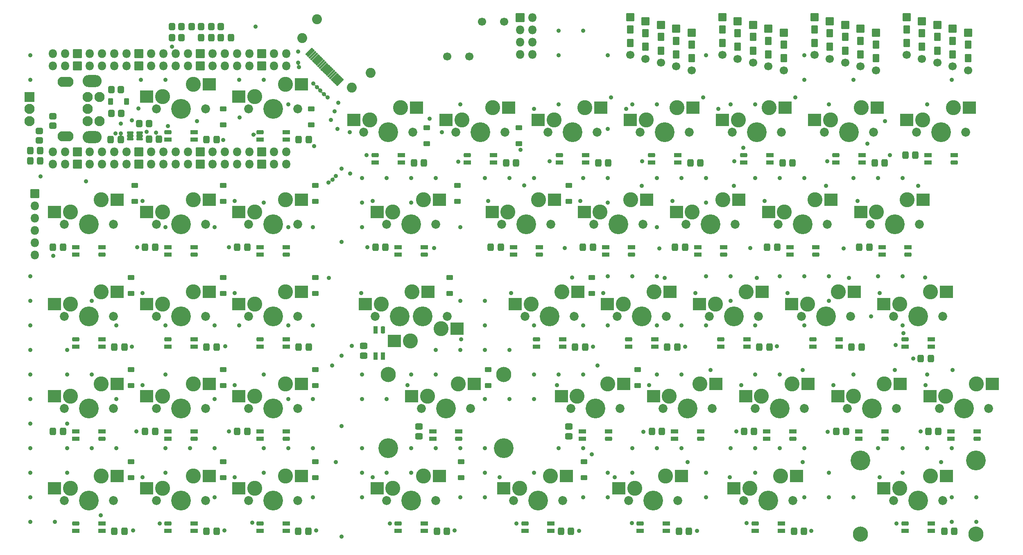
<source format=gbr>
%TF.GenerationSoftware,KiCad,Pcbnew,(6.0.5)*%
%TF.CreationDate,2022-07-29T15:46:59-06:00*%
%TF.ProjectId,kb,6b622e6b-6963-4616-945f-706362585858,rev?*%
%TF.SameCoordinates,Original*%
%TF.FileFunction,Soldermask,Bot*%
%TF.FilePolarity,Negative*%
%FSLAX46Y46*%
G04 Gerber Fmt 4.6, Leading zero omitted, Abs format (unit mm)*
G04 Created by KiCad (PCBNEW (6.0.5)) date 2022-07-29 15:46:59*
%MOMM*%
%LPD*%
G01*
G04 APERTURE LIST*
G04 Aperture macros list*
%AMRoundRect*
0 Rectangle with rounded corners*
0 $1 Rounding radius*
0 $2 $3 $4 $5 $6 $7 $8 $9 X,Y pos of 4 corners*
0 Add a 4 corners polygon primitive as box body*
4,1,4,$2,$3,$4,$5,$6,$7,$8,$9,$2,$3,0*
0 Add four circle primitives for the rounded corners*
1,1,$1+$1,$2,$3*
1,1,$1+$1,$4,$5*
1,1,$1+$1,$6,$7*
1,1,$1+$1,$8,$9*
0 Add four rect primitives between the rounded corners*
20,1,$1+$1,$2,$3,$4,$5,0*
20,1,$1+$1,$4,$5,$6,$7,0*
20,1,$1+$1,$6,$7,$8,$9,0*
20,1,$1+$1,$8,$9,$2,$3,0*%
%AMHorizOval*
0 Thick line with rounded ends*
0 $1 width*
0 $2 $3 position (X,Y) of the first rounded end (center of the circle)*
0 $4 $5 position (X,Y) of the second rounded end (center of the circle)*
0 Add line between two ends*
20,1,$1,$2,$3,$4,$5,0*
0 Add two circle primitives to create the rounded ends*
1,1,$1,$2,$3*
1,1,$1,$4,$5*%
G04 Aperture macros list end*
%ADD10RoundRect,0.300000X0.350000X0.450000X-0.350000X0.450000X-0.350000X-0.450000X0.350000X-0.450000X0*%
%ADD11C,1.700000*%
%ADD12HorizOval,1.700000X0.000000X0.000000X0.000000X0.000000X0*%
%ADD13C,1.850000*%
%ADD14C,3.100000*%
%ADD15C,4.087800*%
%ADD16RoundRect,0.050000X-1.275000X-1.250000X1.275000X-1.250000X1.275000X1.250000X-1.275000X1.250000X0*%
%ADD17RoundRect,0.050000X0.600000X-0.800000X0.600000X0.800000X-0.600000X0.800000X-0.600000X-0.800000X0*%
%ADD18RoundRect,0.050000X0.800000X-0.800000X0.800000X0.800000X-0.800000X0.800000X-0.800000X-0.800000X0*%
%ADD19O,3.300000X2.100000*%
%ADD20RoundRect,0.050000X-1.000000X-1.000000X1.000000X-1.000000X1.000000X1.000000X-1.000000X1.000000X0*%
%ADD21C,2.100000*%
%ADD22C,3.148000*%
%ADD23RoundRect,0.050000X1.275000X1.250000X-1.275000X1.250000X-1.275000X-1.250000X1.275000X-1.250000X0*%
%ADD24O,1.800000X1.800000*%
%ADD25RoundRect,0.050000X0.850000X-0.850000X0.850000X0.850000X-0.850000X0.850000X-0.850000X-0.850000X0*%
%ADD26O,3.925000X2.500000*%
%ADD27RoundRect,0.300000X-0.350000X-0.450000X0.350000X-0.450000X0.350000X0.450000X-0.350000X0.450000X0*%
%ADD28RoundRect,0.300000X-0.337500X-0.475000X0.337500X-0.475000X0.337500X0.475000X-0.337500X0.475000X0*%
%ADD29RoundRect,0.050000X-0.600000X0.450000X-0.600000X-0.450000X0.600000X-0.450000X0.600000X0.450000X0*%
%ADD30RoundRect,0.050000X0.850000X0.850000X-0.850000X0.850000X-0.850000X-0.850000X0.850000X-0.850000X0*%
%ADD31RoundRect,0.300000X0.337500X0.475000X-0.337500X0.475000X-0.337500X-0.475000X0.337500X-0.475000X0*%
%ADD32RoundRect,0.050000X-0.700000X-0.410000X0.700000X-0.410000X0.700000X0.410000X-0.700000X0.410000X0*%
%ADD33RoundRect,0.255000X-0.495000X-0.205000X0.495000X-0.205000X0.495000X0.205000X-0.495000X0.205000X0*%
%ADD34RoundRect,0.050000X0.700000X0.410000X-0.700000X0.410000X-0.700000X-0.410000X0.700000X-0.410000X0*%
%ADD35RoundRect,0.255000X0.495000X0.205000X-0.495000X0.205000X-0.495000X-0.205000X0.495000X-0.205000X0*%
%ADD36RoundRect,0.300000X-0.475000X0.337500X-0.475000X-0.337500X0.475000X-0.337500X0.475000X0.337500X0*%
%ADD37RoundRect,0.050000X0.600000X-0.450000X0.600000X0.450000X-0.600000X0.450000X-0.600000X-0.450000X0*%
%ADD38RoundRect,0.300000X0.450000X-0.350000X0.450000X0.350000X-0.450000X0.350000X-0.450000X-0.350000X0*%
%ADD39RoundRect,0.050000X0.410000X-0.700000X0.410000X0.700000X-0.410000X0.700000X-0.410000X-0.700000X0*%
%ADD40RoundRect,0.255000X0.205000X-0.495000X0.205000X0.495000X-0.205000X0.495000X-0.205000X-0.495000X0*%
%ADD41RoundRect,0.050000X0.565685X0.777817X-0.777817X-0.565685X-0.565685X-0.777817X0.777817X0.565685X0*%
%ADD42C,2.050000*%
%ADD43RoundRect,0.300000X0.475000X-0.337500X0.475000X0.337500X-0.475000X0.337500X-0.475000X-0.337500X0*%
%ADD44RoundRect,0.050000X0.450000X0.600000X-0.450000X0.600000X-0.450000X-0.600000X0.450000X-0.600000X0*%
%ADD45RoundRect,0.070000X-0.575000X-0.180000X0.575000X-0.180000X0.575000X0.180000X-0.575000X0.180000X0*%
%ADD46RoundRect,0.300000X-0.450000X0.350000X-0.450000X-0.350000X0.450000X-0.350000X0.450000X0.350000X0*%
%ADD47C,0.900000*%
G04 APERTURE END LIST*
D10*
%TO.C,R11*%
X49736250Y-69659500D03*
X47736250Y-69659500D03*
%TD*%
D11*
%TO.C,R1*%
X111406398Y-55820853D03*
D12*
X118590603Y-48636648D03*
%TD*%
D13*
%TO.C,MX22*%
X137636250Y-109537500D03*
D14*
X128746250Y-106997500D03*
D15*
X132556250Y-109537500D03*
D14*
X135096250Y-104457500D03*
D13*
X127476250Y-109537500D03*
D16*
X125471250Y-106997500D03*
X138398250Y-104457500D03*
%TD*%
D17*
%TO.C,D26*%
X212725000Y-51781250D03*
D18*
X212725000Y-49281250D03*
D11*
X212725000Y-57081250D03*
D17*
X212725000Y-54581250D03*
%TD*%
D14*
%TO.C,MX14*%
X143033750Y-87947500D03*
D13*
X151923750Y-90487500D03*
D15*
X146843750Y-90487500D03*
D13*
X141763750Y-90487500D03*
D14*
X149383750Y-85407500D03*
D16*
X139758750Y-87947500D03*
X152685750Y-85407500D03*
%TD*%
D15*
%TO.C,MX2*%
X75406250Y-66675000D03*
D14*
X77946250Y-61595000D03*
D13*
X70326250Y-66675000D03*
X80486250Y-66675000D03*
D14*
X71596250Y-64135000D03*
D16*
X68321250Y-64135000D03*
X81248250Y-61595000D03*
%TD*%
D15*
%TO.C,MX24*%
X170656250Y-109537500D03*
D13*
X165576250Y-109537500D03*
D14*
X173196250Y-104457500D03*
D13*
X175736250Y-109537500D03*
D14*
X166846250Y-106997500D03*
D16*
X163571250Y-106997500D03*
X176498250Y-104457500D03*
%TD*%
D19*
%TO.C,SW1*%
X32543750Y-72275000D03*
X32543750Y-61075000D03*
D20*
X25043750Y-64175000D03*
D21*
X25043750Y-69175000D03*
X25043750Y-66675000D03*
X39543750Y-69175000D03*
X39543750Y-64175000D03*
%TD*%
D13*
%TO.C,MX34*%
X194151250Y-128587500D03*
D14*
X201771250Y-123507500D03*
X195421250Y-126047500D03*
D15*
X199231250Y-128587500D03*
D13*
X204311250Y-128587500D03*
D16*
X192146250Y-126047500D03*
X205073250Y-123507500D03*
%TD*%
D15*
%TO.C,MX15*%
X165893750Y-90487500D03*
D14*
X162083750Y-87947500D03*
D13*
X170973750Y-90487500D03*
D14*
X168433750Y-85407500D03*
D13*
X160813750Y-90487500D03*
D16*
X158808750Y-87947500D03*
X171735750Y-85407500D03*
%TD*%
D17*
%TO.C,D25*%
X193675000Y-51781250D03*
D18*
X193675000Y-49281250D03*
D17*
X193675000Y-54581250D03*
D11*
X193675000Y-57081250D03*
%TD*%
D13*
%TO.C,MX43*%
X213836250Y-147637500D03*
D15*
X208756250Y-147637500D03*
D22*
X220694250Y-154622500D03*
D14*
X211296250Y-142557500D03*
X204946250Y-145097500D03*
D22*
X196818250Y-154622500D03*
D15*
X220694250Y-139382500D03*
D13*
X203676250Y-147637500D03*
D15*
X196818250Y-139382500D03*
D16*
X201671250Y-145097500D03*
X214598250Y-142557500D03*
%TD*%
D15*
%TO.C,MX18*%
X37306250Y-109537500D03*
D13*
X32226250Y-109537500D03*
X42386250Y-109537500D03*
D14*
X39846250Y-104457500D03*
X33496250Y-106997500D03*
D16*
X30221250Y-106997500D03*
X43148250Y-104457500D03*
%TD*%
D18*
%TO.C,D8*%
X206375000Y-47693750D03*
D17*
X206375000Y-50193750D03*
X206375000Y-52993750D03*
D11*
X206375000Y-55493750D03*
%TD*%
D13*
%TO.C,MX7*%
X170338750Y-71437500D03*
D14*
X177958750Y-66357500D03*
X171608750Y-68897500D03*
D15*
X175418750Y-71437500D03*
D13*
X180498750Y-71437500D03*
D16*
X168333750Y-68897500D03*
X181260750Y-66357500D03*
%TD*%
D11*
%TO.C,R2*%
X115978398Y-55820853D03*
D12*
X123162603Y-48636648D03*
%TD*%
D18*
%TO.C,D5*%
X149225000Y-47693750D03*
D17*
X149225000Y-50193750D03*
D11*
X149225000Y-55493750D03*
D17*
X149225000Y-52993750D03*
%TD*%
D13*
%TO.C,MX26*%
X203676250Y-109537500D03*
D15*
X208756250Y-109537500D03*
D13*
X213836250Y-109537500D03*
D14*
X204946250Y-106997500D03*
X211296250Y-104457500D03*
D16*
X201671250Y-106997500D03*
X214598250Y-104457500D03*
%TD*%
D18*
%TO.C,D32*%
X158750000Y-50075000D03*
D17*
X158750000Y-52575000D03*
X158750000Y-55375000D03*
D11*
X158750000Y-57875000D03*
%TD*%
D13*
%TO.C,MX10*%
X51276250Y-90487500D03*
D14*
X52546250Y-87947500D03*
D13*
X61436250Y-90487500D03*
D14*
X58896250Y-85407500D03*
D15*
X56356250Y-90487500D03*
D16*
X49271250Y-87947500D03*
X62198250Y-85407500D03*
%TD*%
D14*
%TO.C,MX11*%
X77946250Y-85407500D03*
D15*
X75406250Y-90487500D03*
D14*
X71596250Y-87947500D03*
D13*
X70326250Y-90487500D03*
X80486250Y-90487500D03*
D16*
X68321250Y-87947500D03*
X81248250Y-85407500D03*
%TD*%
D14*
%TO.C,MX27*%
X39846250Y-123507500D03*
D15*
X37306250Y-128587500D03*
D13*
X42386250Y-128587500D03*
X32226250Y-128587500D03*
D14*
X33496250Y-126047500D03*
D16*
X30221250Y-126047500D03*
X43148250Y-123507500D03*
%TD*%
D18*
%TO.C,D35*%
X215900000Y-50075000D03*
D17*
X215900000Y-52575000D03*
X215900000Y-55375000D03*
D11*
X215900000Y-57875000D03*
%TD*%
D18*
%TO.C,D44*%
X219075000Y-50868750D03*
D17*
X219075000Y-53368750D03*
D11*
X219075000Y-58668750D03*
D17*
X219075000Y-56168750D03*
%TD*%
D14*
%TO.C,MX25*%
X185896250Y-106997500D03*
X192246250Y-104457500D03*
D13*
X194786250Y-109537500D03*
X184626250Y-109537500D03*
D15*
X189706250Y-109537500D03*
D16*
X182621250Y-106997500D03*
X195548250Y-104457500D03*
%TD*%
D13*
%TO.C,MX21*%
X111442500Y-109537500D03*
D15*
X106362500Y-109537500D03*
D13*
X101282500Y-109537500D03*
D14*
X110172500Y-112077500D03*
X103822500Y-114617500D03*
D23*
X113447500Y-112077500D03*
X100520500Y-114617500D03*
%TD*%
D14*
%TO.C,MX37*%
X52546250Y-145097500D03*
D13*
X51276250Y-147637500D03*
X61436250Y-147637500D03*
D14*
X58896250Y-142557500D03*
D15*
X56356250Y-147637500D03*
D16*
X49271250Y-145097500D03*
X62198250Y-142557500D03*
%TD*%
D17*
%TO.C,D41*%
X161925000Y-53368750D03*
D18*
X161925000Y-50868750D03*
D17*
X161925000Y-56168750D03*
D11*
X161925000Y-58668750D03*
%TD*%
D13*
%TO.C,MX13*%
X132873750Y-90487500D03*
D14*
X123983750Y-87947500D03*
D15*
X127793750Y-90487500D03*
D13*
X122713750Y-90487500D03*
D14*
X130333750Y-85407500D03*
D16*
X120708750Y-87947500D03*
X133635750Y-85407500D03*
%TD*%
D14*
%TO.C,MX35*%
X220821250Y-123507500D03*
X214471250Y-126047500D03*
D13*
X213201250Y-128587500D03*
D15*
X218281250Y-128587500D03*
D13*
X223361250Y-128587500D03*
D16*
X211196250Y-126047500D03*
X224123250Y-123507500D03*
%TD*%
D24*
%TO.C,U1*%
X29845000Y-78105000D03*
X29845000Y-75565000D03*
X32385000Y-78105000D03*
X32385000Y-75565000D03*
D25*
X34925000Y-78105000D03*
X34925000Y-75565000D03*
D24*
X37465000Y-78105000D03*
X37465000Y-75565000D03*
X40005000Y-75565000D03*
X40005000Y-78105000D03*
X42545000Y-75565000D03*
X42545000Y-78105000D03*
X45085000Y-75565000D03*
X45085000Y-78105000D03*
D25*
X47625000Y-75565000D03*
X47625000Y-78105000D03*
D24*
X50165000Y-75565000D03*
X50165000Y-78105000D03*
X52705000Y-75565000D03*
X52705000Y-78105000D03*
X55245000Y-75565000D03*
X55245000Y-78105000D03*
X57785000Y-78105000D03*
X57785000Y-75565000D03*
D25*
X60325000Y-75565000D03*
X60325000Y-78105000D03*
D24*
X62865000Y-75565000D03*
X62865000Y-78105000D03*
X65405000Y-75565000D03*
X65405000Y-78105000D03*
X67945000Y-75565000D03*
X67945000Y-78105000D03*
X70485000Y-75565000D03*
X70485000Y-78105000D03*
D25*
X73025000Y-75565000D03*
X73025000Y-78105000D03*
D24*
X75565000Y-75565000D03*
X75565000Y-78105000D03*
X78105000Y-78105000D03*
X78105000Y-75565000D03*
X78105000Y-57785000D03*
X78105000Y-55245000D03*
X75565000Y-55245000D03*
X75565000Y-57785000D03*
D25*
X73025000Y-57785000D03*
X73025000Y-55245000D03*
D24*
X70485000Y-55245000D03*
X70485000Y-57785000D03*
X67945000Y-55245000D03*
X67945000Y-57785000D03*
X65405000Y-55245000D03*
X65405000Y-57785000D03*
X62865000Y-55245000D03*
X62865000Y-57785000D03*
D25*
X60325000Y-57785000D03*
X60325000Y-55245000D03*
D24*
X57785000Y-57785000D03*
X57785000Y-55245000D03*
X55245000Y-55245000D03*
X55245000Y-57785000D03*
X52705000Y-55245000D03*
X52705000Y-57785000D03*
X50165000Y-55245000D03*
X50165000Y-57785000D03*
D25*
X47625000Y-55245000D03*
X47625000Y-57785000D03*
D24*
X45085000Y-55245000D03*
X45085000Y-57785000D03*
X42545000Y-57785000D03*
X42545000Y-55245000D03*
X40005000Y-57785000D03*
X40005000Y-55245000D03*
X37465000Y-57785000D03*
X37465000Y-55245000D03*
D25*
X34925000Y-55245000D03*
X34925000Y-57785000D03*
D24*
X32385000Y-55245000D03*
X32385000Y-57785000D03*
X29845000Y-57785000D03*
X29845000Y-55245000D03*
%TD*%
D13*
%TO.C,MX28*%
X61436250Y-128587500D03*
D14*
X52546250Y-126047500D03*
X58896250Y-123507500D03*
D13*
X51276250Y-128587500D03*
D15*
X56356250Y-128587500D03*
D16*
X49271250Y-126047500D03*
X62198250Y-123507500D03*
%TD*%
D17*
%TO.C,D42*%
X180975000Y-53368750D03*
D18*
X180975000Y-50868750D03*
D11*
X180975000Y-58668750D03*
D17*
X180975000Y-56168750D03*
%TD*%
D18*
%TO.C,D33*%
X177800000Y-50075000D03*
D17*
X177800000Y-52575000D03*
X177800000Y-55375000D03*
D11*
X177800000Y-57875000D03*
%TD*%
D26*
%TO.C,SW2*%
X37978000Y-72475000D03*
X37978000Y-60875000D03*
D21*
X37040500Y-64175000D03*
X37040500Y-69175000D03*
X37040500Y-66675000D03*
%TD*%
D14*
%TO.C,MX21_1*%
X104140000Y-104457500D03*
X97790000Y-106997500D03*
D15*
X101600000Y-109537500D03*
D13*
X106680000Y-109537500D03*
X96520000Y-109537500D03*
D16*
X94515000Y-106997500D03*
X107442000Y-104457500D03*
%TD*%
D18*
%TO.C,D14*%
X152400000Y-48487500D03*
D17*
X152400000Y-50987500D03*
D11*
X152400000Y-56287500D03*
D17*
X152400000Y-53787500D03*
%TD*%
D15*
%TO.C,MX3*%
X99218750Y-71437500D03*
D13*
X94138750Y-71437500D03*
X104298750Y-71437500D03*
D14*
X101758750Y-66357500D03*
X95408750Y-68897500D03*
D16*
X92133750Y-68897500D03*
X105060750Y-66357500D03*
%TD*%
D18*
%TO.C,D7*%
X187325000Y-47693750D03*
D17*
X187325000Y-50193750D03*
X187325000Y-52993750D03*
D11*
X187325000Y-55493750D03*
%TD*%
D15*
%TO.C,MX9*%
X37306250Y-90487500D03*
D13*
X32226250Y-90487500D03*
X42386250Y-90487500D03*
D14*
X33496250Y-87947500D03*
X39846250Y-85407500D03*
D16*
X30221250Y-87947500D03*
X43148250Y-85407500D03*
%TD*%
D13*
%TO.C,MX1*%
X51276250Y-66675000D03*
X61436250Y-66675000D03*
D15*
X56356250Y-66675000D03*
D14*
X58896250Y-61595000D03*
X52546250Y-64135000D03*
D16*
X49271250Y-64135000D03*
X62198250Y-61595000D03*
%TD*%
D13*
%TO.C,MX32*%
X166211250Y-128587500D03*
D15*
X161131250Y-128587500D03*
D13*
X156051250Y-128587500D03*
D14*
X157321250Y-126047500D03*
X163671250Y-123507500D03*
D16*
X154046250Y-126047500D03*
X166973250Y-123507500D03*
%TD*%
D18*
%TO.C,D17*%
X209550000Y-48487500D03*
D17*
X209550000Y-50987500D03*
X209550000Y-53787500D03*
D11*
X209550000Y-56287500D03*
%TD*%
D18*
%TO.C,D6*%
X168275000Y-47693750D03*
D17*
X168275000Y-50193750D03*
X168275000Y-52993750D03*
D11*
X168275000Y-55493750D03*
%TD*%
D18*
%TO.C,D23*%
X155575000Y-49281250D03*
D17*
X155575000Y-51781250D03*
D11*
X155575000Y-57081250D03*
D17*
X155575000Y-54581250D03*
%TD*%
D15*
%TO.C,MX40*%
X130175000Y-147637500D03*
D14*
X132715000Y-142557500D03*
X126365000Y-145097500D03*
D13*
X125095000Y-147637500D03*
X135255000Y-147637500D03*
D16*
X123090000Y-145097500D03*
X136017000Y-142557500D03*
%TD*%
D13*
%TO.C,MX5*%
X142398750Y-71437500D03*
D15*
X137318750Y-71437500D03*
D13*
X132238750Y-71437500D03*
D14*
X139858750Y-66357500D03*
X133508750Y-68897500D03*
D16*
X130233750Y-68897500D03*
X143160750Y-66357500D03*
%TD*%
D14*
%TO.C,MX39*%
X106521250Y-142557500D03*
D13*
X98901250Y-147637500D03*
X109061250Y-147637500D03*
D15*
X103981250Y-147637500D03*
D14*
X100171250Y-145097500D03*
D16*
X96896250Y-145097500D03*
X109823250Y-142557500D03*
%TD*%
D14*
%TO.C,MX16*%
X187483750Y-85407500D03*
D15*
X184943750Y-90487500D03*
D13*
X190023750Y-90487500D03*
X179863750Y-90487500D03*
D14*
X181133750Y-87947500D03*
D16*
X177858750Y-87947500D03*
X190785750Y-85407500D03*
%TD*%
D13*
%TO.C,MX38*%
X70326250Y-147637500D03*
X80486250Y-147637500D03*
D15*
X75406250Y-147637500D03*
D14*
X71596250Y-145097500D03*
X77946250Y-142557500D03*
D16*
X68321250Y-145097500D03*
X81248250Y-142557500D03*
%TD*%
D18*
%TO.C,D16*%
X190500000Y-48487500D03*
D17*
X190500000Y-50987500D03*
X190500000Y-53787500D03*
D11*
X190500000Y-56287500D03*
%TD*%
D13*
%TO.C,MX31*%
X137001250Y-128587500D03*
D14*
X144621250Y-123507500D03*
D13*
X147161250Y-128587500D03*
D14*
X138271250Y-126047500D03*
D15*
X142081250Y-128587500D03*
D16*
X134996250Y-126047500D03*
X147923250Y-123507500D03*
%TD*%
D13*
%TO.C,MX8*%
X199548750Y-71437500D03*
D14*
X190658750Y-68897500D03*
D15*
X194468750Y-71437500D03*
D13*
X189388750Y-71437500D03*
D14*
X197008750Y-66357500D03*
D16*
X187383750Y-68897500D03*
X200310750Y-66357500D03*
%TD*%
D13*
%TO.C,MX41*%
X148907500Y-147637500D03*
X159067500Y-147637500D03*
D14*
X156527500Y-142557500D03*
X150177500Y-145097500D03*
D15*
X153987500Y-147637500D03*
D16*
X146902500Y-145097500D03*
X159829500Y-142557500D03*
%TD*%
D15*
%TO.C,MX20*%
X75406250Y-109537500D03*
D14*
X71596250Y-106997500D03*
D13*
X70326250Y-109537500D03*
X80486250Y-109537500D03*
D14*
X77946250Y-104457500D03*
D16*
X68321250Y-106997500D03*
X81248250Y-104457500D03*
%TD*%
D14*
%TO.C,MX17*%
X206533750Y-85407500D03*
D15*
X203993750Y-90487500D03*
D14*
X200183750Y-87947500D03*
D13*
X198913750Y-90487500D03*
X209073750Y-90487500D03*
D16*
X196908750Y-87947500D03*
X209835750Y-85407500D03*
%TD*%
D13*
%TO.C,MX4*%
X113188750Y-71437500D03*
D14*
X114458750Y-68897500D03*
D15*
X118268750Y-71437500D03*
D13*
X123348750Y-71437500D03*
D14*
X120808750Y-66357500D03*
D16*
X111183750Y-68897500D03*
X124110750Y-66357500D03*
%TD*%
D17*
%TO.C,D24*%
X174625000Y-51781250D03*
D18*
X174625000Y-49281250D03*
D11*
X174625000Y-57081250D03*
D17*
X174625000Y-54581250D03*
%TD*%
D15*
%TO.C,MX42*%
X177800000Y-147637500D03*
D14*
X173990000Y-145097500D03*
D13*
X172720000Y-147637500D03*
X182880000Y-147637500D03*
D14*
X180340000Y-142557500D03*
D16*
X170715000Y-145097500D03*
X183642000Y-142557500D03*
%TD*%
D13*
%TO.C,MX23*%
X146526250Y-109537500D03*
X156686250Y-109537500D03*
D15*
X151606250Y-109537500D03*
D14*
X154146250Y-104457500D03*
X147796250Y-106997500D03*
D16*
X144521250Y-106997500D03*
X157448250Y-104457500D03*
%TD*%
D13*
%TO.C,MX33*%
X185261250Y-128587500D03*
D14*
X182721250Y-123507500D03*
X176371250Y-126047500D03*
D13*
X175101250Y-128587500D03*
D15*
X180181250Y-128587500D03*
D16*
X173096250Y-126047500D03*
X186023250Y-123507500D03*
%TD*%
D14*
%TO.C,MX36*%
X33496250Y-145097500D03*
D13*
X42386250Y-147637500D03*
D14*
X39846250Y-142557500D03*
D15*
X37306250Y-147637500D03*
D13*
X32226250Y-147637500D03*
D16*
X30221250Y-145097500D03*
X43148250Y-142557500D03*
%TD*%
D18*
%TO.C,D34*%
X196850000Y-50075000D03*
D17*
X196850000Y-52575000D03*
X196850000Y-55375000D03*
D11*
X196850000Y-57875000D03*
%TD*%
D14*
%TO.C,MX12*%
X100171250Y-87947500D03*
D15*
X103981250Y-90487500D03*
D13*
X98901250Y-90487500D03*
D14*
X106521250Y-85407500D03*
D13*
X109061250Y-90487500D03*
D16*
X96896250Y-87947500D03*
X109823250Y-85407500D03*
%TD*%
D17*
%TO.C,D43*%
X200025000Y-53368750D03*
D18*
X200025000Y-50868750D03*
D17*
X200025000Y-56168750D03*
D11*
X200025000Y-58668750D03*
%TD*%
D13*
%TO.C,MX30*%
X106045000Y-128587500D03*
D22*
X123063000Y-121602500D03*
D15*
X111125000Y-128587500D03*
X99187000Y-136842500D03*
D22*
X99187000Y-121602500D03*
D14*
X107315000Y-126047500D03*
D13*
X116205000Y-128587500D03*
D14*
X113665000Y-123507500D03*
D15*
X123063000Y-136842500D03*
D16*
X104040000Y-126047500D03*
X116967000Y-123507500D03*
%TD*%
D14*
%TO.C,MX29*%
X77946250Y-123507500D03*
D13*
X70326250Y-128587500D03*
X80486250Y-128587500D03*
D15*
X75406250Y-128587500D03*
D14*
X71596250Y-126047500D03*
D16*
X68321250Y-126047500D03*
X81248250Y-123507500D03*
%TD*%
D18*
%TO.C,D15*%
X171450000Y-48487500D03*
D17*
X171450000Y-50987500D03*
X171450000Y-53787500D03*
D11*
X171450000Y-56287500D03*
%TD*%
D13*
%TO.C,MX19*%
X61436250Y-109537500D03*
D14*
X52546250Y-106997500D03*
X58896250Y-104457500D03*
D13*
X51276250Y-109537500D03*
D15*
X56356250Y-109537500D03*
D16*
X49271250Y-106997500D03*
X62198250Y-104457500D03*
%TD*%
D15*
%TO.C,MX6*%
X156368750Y-71437500D03*
D13*
X161448750Y-71437500D03*
D14*
X158908750Y-66357500D03*
X152558750Y-68897500D03*
D13*
X151288750Y-71437500D03*
D16*
X149283750Y-68897500D03*
X162210750Y-66357500D03*
%TD*%
D15*
%TO.C,MX44*%
X213518750Y-71437500D03*
D13*
X208438750Y-71437500D03*
D14*
X216058750Y-66357500D03*
X209708750Y-68897500D03*
D13*
X218598750Y-71437500D03*
D16*
X206433750Y-68897500D03*
X219360750Y-66357500D03*
%TD*%
D27*
%TO.C,R7*%
X54499000Y-51943000D03*
X56499000Y-51943000D03*
%TD*%
D28*
%TO.C,C3*%
X104531250Y-77787500D03*
X106606250Y-77787500D03*
%TD*%
D29*
%TO.C,D12*%
X113506250Y-82487500D03*
X113506250Y-85787500D03*
%TD*%
D30*
%TO.C,J3*%
X26193750Y-84137500D03*
D24*
X26193750Y-86677500D03*
X26193750Y-89217500D03*
X26193750Y-91757500D03*
X26193750Y-94297500D03*
X26193750Y-96837500D03*
%TD*%
D29*
%TO.C,D38*%
X84137500Y-139637500D03*
X84137500Y-142937500D03*
%TD*%
%TO.C,D39*%
X114300000Y-139637500D03*
X114300000Y-142937500D03*
%TD*%
%TO.C,D36*%
X46037500Y-139637500D03*
X46037500Y-142937500D03*
%TD*%
D31*
%TO.C,C26*%
X211381250Y-118268750D03*
X209306250Y-118268750D03*
%TD*%
D32*
%TO.C,D110*%
X53656250Y-95293750D03*
X53656250Y-96793750D03*
D33*
X59056250Y-96793750D03*
D32*
X59056250Y-95293750D03*
%TD*%
D28*
%TO.C,C46*%
X49762500Y-72898000D03*
X51837500Y-72898000D03*
%TD*%
%TO.C,C8*%
X199781250Y-77787500D03*
X201856250Y-77787500D03*
%TD*%
D34*
%TO.C,D138*%
X78106250Y-153943750D03*
X78106250Y-152443750D03*
D35*
X72706250Y-152443750D03*
D34*
X72706250Y-153943750D03*
%TD*%
%TO.C,D101*%
X59056250Y-72981250D03*
X59056250Y-71481250D03*
D35*
X53656250Y-71481250D03*
D34*
X53656250Y-72981250D03*
%TD*%
D29*
%TO.C,D40*%
X139700000Y-139637500D03*
X139700000Y-142937500D03*
%TD*%
%TO.C,D22*%
X141287500Y-101537500D03*
X141287500Y-104837500D03*
%TD*%
%TO.C,D29*%
X84137500Y-120587500D03*
X84137500Y-123887500D03*
%TD*%
D31*
%TO.C,C34*%
X193918750Y-133350000D03*
X191843750Y-133350000D03*
%TD*%
D32*
%TO.C,D130*%
X108425000Y-133393750D03*
X108425000Y-134893750D03*
D33*
X113825000Y-134893750D03*
D32*
X113825000Y-133393750D03*
%TD*%
D31*
%TO.C,C27*%
X31993750Y-133350000D03*
X29918750Y-133350000D03*
%TD*%
D32*
%TO.C,D117*%
X201293750Y-95293750D03*
X201293750Y-96793750D03*
D33*
X206693750Y-96793750D03*
D32*
X206693750Y-95293750D03*
%TD*%
%TO.C,D144*%
X210818750Y-76243750D03*
X210818750Y-77743750D03*
D33*
X216218750Y-77743750D03*
D32*
X216218750Y-76243750D03*
%TD*%
D31*
%TO.C,C32*%
X155818750Y-133350000D03*
X153743750Y-133350000D03*
%TD*%
D34*
%TO.C,D106*%
X159068750Y-77743750D03*
X159068750Y-76243750D03*
D35*
X153668750Y-76243750D03*
D34*
X153668750Y-77743750D03*
%TD*%
D28*
%TO.C,C40*%
X134947750Y-153987500D03*
X137022750Y-153987500D03*
%TD*%
D34*
%TO.C,D137*%
X59056250Y-153943750D03*
X59056250Y-152443750D03*
D35*
X53656250Y-152443750D03*
D34*
X53656250Y-153943750D03*
%TD*%
D28*
%TO.C,C39*%
X109293750Y-153987500D03*
X111368750Y-153987500D03*
%TD*%
D29*
%TO.C,D28*%
X65087500Y-120587500D03*
X65087500Y-123887500D03*
%TD*%
D32*
%TO.C,D128*%
X53656250Y-133393750D03*
X53656250Y-134893750D03*
D33*
X59056250Y-134893750D03*
D32*
X59056250Y-133393750D03*
%TD*%
D34*
%TO.C,D136*%
X40006250Y-153943750D03*
X40006250Y-152443750D03*
D35*
X34606250Y-152443750D03*
D34*
X34606250Y-153943750D03*
%TD*%
D32*
%TO.C,D109*%
X34606250Y-95293750D03*
X34606250Y-96793750D03*
D33*
X40006250Y-96793750D03*
D32*
X40006250Y-95293750D03*
%TD*%
%TO.C,D127*%
X34606250Y-133393750D03*
X34606250Y-134893750D03*
D33*
X40006250Y-134893750D03*
D32*
X40006250Y-133393750D03*
%TD*%
D34*
%TO.C,D119*%
X59056250Y-115843750D03*
X59056250Y-114343750D03*
D35*
X53656250Y-114343750D03*
D34*
X53656250Y-115843750D03*
%TD*%
D36*
%TO.C,C30*%
X105568750Y-132312500D03*
X105568750Y-134387500D03*
%TD*%
D31*
%TO.C,C17*%
X198681250Y-95250000D03*
X196606250Y-95250000D03*
%TD*%
D34*
%TO.C,D104*%
X120968750Y-77743750D03*
X120968750Y-76243750D03*
D35*
X115568750Y-76243750D03*
D34*
X115568750Y-77743750D03*
%TD*%
D28*
%TO.C,C19*%
X61668750Y-115887500D03*
X63743750Y-115887500D03*
%TD*%
D37*
%TO.C,D4*%
X126206250Y-73881250D03*
X126206250Y-70581250D03*
%TD*%
D38*
%TO.C,R5*%
X29908500Y-70151500D03*
X29908500Y-68151500D03*
%TD*%
D10*
%TO.C,R4*%
X43989500Y-67564000D03*
X41989500Y-67564000D03*
%TD*%
D28*
%TO.C,C2*%
X80718750Y-73025000D03*
X82793750Y-73025000D03*
%TD*%
D29*
%TO.C,D18*%
X46037500Y-101537500D03*
X46037500Y-104837500D03*
%TD*%
%TO.C,D11*%
X84137500Y-82487500D03*
X84137500Y-85787500D03*
%TD*%
D32*
%TO.C,D114*%
X144143750Y-95293750D03*
X144143750Y-96793750D03*
D33*
X149543750Y-96793750D03*
D32*
X149543750Y-95293750D03*
%TD*%
D28*
%TO.C,C43*%
X214195750Y-153987500D03*
X216270750Y-153987500D03*
%TD*%
%TO.C,C42*%
X183112500Y-153987500D03*
X185187500Y-153987500D03*
%TD*%
D29*
%TO.C,D31*%
X150812500Y-120587500D03*
X150812500Y-123887500D03*
%TD*%
D32*
%TO.C,D132*%
X158431250Y-133393750D03*
X158431250Y-134893750D03*
D33*
X163831250Y-134893750D03*
D32*
X163831250Y-133393750D03*
%TD*%
D34*
%TO.C,D108*%
X197168750Y-77743750D03*
X197168750Y-76243750D03*
D35*
X191768750Y-76243750D03*
D34*
X191768750Y-77743750D03*
%TD*%
D29*
%TO.C,D37*%
X65087500Y-139637500D03*
X65087500Y-142937500D03*
%TD*%
D39*
%TO.C,D121*%
X96604500Y-117793750D03*
X98104500Y-117793750D03*
D40*
X98104500Y-112393750D03*
D39*
X96604500Y-112393750D03*
%TD*%
D32*
%TO.C,D112*%
X101281250Y-95293750D03*
X101281250Y-96793750D03*
D33*
X106681250Y-96793750D03*
D32*
X106681250Y-95293750D03*
%TD*%
D28*
%TO.C,C1*%
X61668750Y-73025000D03*
X63743750Y-73025000D03*
%TD*%
%TO.C,C36*%
X42618750Y-153987500D03*
X44693750Y-153987500D03*
%TD*%
D34*
%TO.C,D105*%
X140018750Y-77743750D03*
X140018750Y-76243750D03*
D35*
X134618750Y-76243750D03*
D34*
X134618750Y-77743750D03*
%TD*%
%TO.C,D125*%
X192406250Y-115843750D03*
X192406250Y-114343750D03*
D35*
X187006250Y-114343750D03*
D34*
X187006250Y-115843750D03*
%TD*%
D36*
%TO.C,C31*%
X136525000Y-132312500D03*
X136525000Y-134387500D03*
%TD*%
D41*
%TO.C,J2*%
X89235875Y-61150389D03*
X88882322Y-60796836D03*
X88528769Y-60443282D03*
X88175215Y-60089729D03*
X87821662Y-59736175D03*
X87468108Y-59382622D03*
X87114555Y-59029069D03*
X86761002Y-58675515D03*
X86407448Y-58321962D03*
X86053895Y-57968408D03*
X85700342Y-57614855D03*
X85346788Y-57261302D03*
X84993235Y-56907748D03*
X84639681Y-56554195D03*
X84286128Y-56200642D03*
X83932575Y-55847088D03*
X83579021Y-55493535D03*
X83225468Y-55139981D03*
X82871914Y-54786428D03*
D42*
X91710749Y-62211049D03*
X81457701Y-51958001D03*
X84498260Y-48068914D03*
X95599836Y-59170490D03*
%TD*%
D34*
%TO.C,D139*%
X106681250Y-153943750D03*
X106681250Y-152443750D03*
D35*
X101281250Y-152443750D03*
D34*
X101281250Y-153943750D03*
%TD*%
D31*
%TO.C,C12*%
X98668750Y-95250000D03*
X96593750Y-95250000D03*
%TD*%
D28*
%TO.C,C20*%
X80718750Y-115887500D03*
X82793750Y-115887500D03*
%TD*%
D32*
%TO.C,D113*%
X125093750Y-95293750D03*
X125093750Y-96793750D03*
D33*
X130493750Y-96793750D03*
D32*
X130493750Y-95293750D03*
%TD*%
D43*
%TO.C,C21*%
X94179500Y-117718750D03*
X94179500Y-115643750D03*
%TD*%
D10*
%TO.C,R3*%
X43964100Y-62699900D03*
X41964100Y-62699900D03*
%TD*%
D28*
%TO.C,C6*%
X161681250Y-77787500D03*
X163756250Y-77787500D03*
%TD*%
D44*
%TO.C,D0*%
X45122100Y-65151000D03*
X41822100Y-65151000D03*
%TD*%
D29*
%TO.C,D30*%
X119856250Y-120587500D03*
X119856250Y-123887500D03*
%TD*%
D31*
%TO.C,C11*%
X70093750Y-95250000D03*
X68018750Y-95250000D03*
%TD*%
D32*
%TO.C,D131*%
X139381250Y-133393750D03*
X139381250Y-134893750D03*
D33*
X144781250Y-134893750D03*
D32*
X144781250Y-133393750D03*
%TD*%
%TO.C,D135*%
X215581250Y-133393750D03*
X215581250Y-134893750D03*
D33*
X220981250Y-134893750D03*
D32*
X220981250Y-133393750D03*
%TD*%
D28*
%TO.C,C22*%
X137868750Y-115887500D03*
X139943750Y-115887500D03*
%TD*%
D31*
%TO.C,C48*%
X27263000Y-75247500D03*
X25188000Y-75247500D03*
%TD*%
D34*
%TO.C,D120*%
X78106250Y-115843750D03*
X78106250Y-114343750D03*
D35*
X72706250Y-114343750D03*
D34*
X72706250Y-115843750D03*
%TD*%
%TO.C,D143*%
X211456250Y-153943750D03*
X211456250Y-152443750D03*
D35*
X206056250Y-152443750D03*
D34*
X206056250Y-153943750D03*
%TD*%
D31*
%TO.C,C16*%
X179631250Y-95250000D03*
X177556250Y-95250000D03*
%TD*%
D27*
%TO.C,R8*%
X54499000Y-49657000D03*
X56499000Y-49657000D03*
%TD*%
D37*
%TO.C,D1*%
X65087500Y-69912500D03*
X65087500Y-66612500D03*
%TD*%
D28*
%TO.C,C37*%
X61668750Y-153987500D03*
X63743750Y-153987500D03*
%TD*%
D31*
%TO.C,C9*%
X31993750Y-95250000D03*
X29918750Y-95250000D03*
%TD*%
D29*
%TO.C,D21*%
X111918750Y-101537500D03*
X111918750Y-104837500D03*
%TD*%
D28*
%TO.C,C24*%
X175968750Y-115887500D03*
X178043750Y-115887500D03*
%TD*%
D34*
%TO.C,D141*%
X156687500Y-153943750D03*
X156687500Y-152443750D03*
D35*
X151287500Y-152443750D03*
D34*
X151287500Y-153943750D03*
%TD*%
D31*
%TO.C,C35*%
X212968750Y-133350000D03*
X210893750Y-133350000D03*
%TD*%
D34*
%TO.C,D126*%
X211456250Y-115843750D03*
X211456250Y-114343750D03*
D35*
X206056250Y-114343750D03*
D34*
X206056250Y-115843750D03*
%TD*%
D29*
%TO.C,D20*%
X84137500Y-101537500D03*
X84137500Y-104837500D03*
%TD*%
D28*
%TO.C,C4*%
X123581250Y-77787500D03*
X125656250Y-77787500D03*
%TD*%
D29*
%TO.C,D9*%
X46831250Y-82487500D03*
X46831250Y-85787500D03*
%TD*%
D28*
%TO.C,C18*%
X42618750Y-115887500D03*
X44693750Y-115887500D03*
%TD*%
D31*
%TO.C,C47*%
X27263000Y-77406500D03*
X25188000Y-77406500D03*
%TD*%
D28*
%TO.C,C49*%
X64621500Y-51943000D03*
X66696500Y-51943000D03*
%TD*%
D32*
%TO.C,D134*%
X196531250Y-133393750D03*
X196531250Y-134893750D03*
D33*
X201931250Y-134893750D03*
D32*
X201931250Y-133393750D03*
%TD*%
D37*
%TO.C,D2*%
X83343750Y-69912500D03*
X83343750Y-66612500D03*
%TD*%
D29*
%TO.C,D13*%
X136525000Y-82487500D03*
X136525000Y-85787500D03*
%TD*%
D27*
%TO.C,R10*%
X58563000Y-49657000D03*
X60563000Y-49657000D03*
%TD*%
D28*
%TO.C,C41*%
X159331750Y-153987500D03*
X161406750Y-153987500D03*
%TD*%
D32*
%TO.C,D116*%
X182243750Y-95293750D03*
X182243750Y-96793750D03*
D33*
X187643750Y-96793750D03*
D32*
X187643750Y-95293750D03*
%TD*%
D34*
%TO.C,D140*%
X132875000Y-153943750D03*
X132875000Y-152443750D03*
D35*
X127475000Y-152443750D03*
D34*
X127475000Y-153943750D03*
%TD*%
D31*
%TO.C,C14*%
X141531250Y-95250000D03*
X139456250Y-95250000D03*
%TD*%
D28*
%TO.C,C5*%
X142631250Y-77787500D03*
X144706250Y-77787500D03*
%TD*%
D34*
%TO.C,D124*%
X173356250Y-115843750D03*
X173356250Y-114343750D03*
D35*
X167956250Y-114343750D03*
D34*
X167956250Y-115843750D03*
%TD*%
D31*
%TO.C,C33*%
X174868750Y-133350000D03*
X172793750Y-133350000D03*
%TD*%
D34*
%TO.C,D102*%
X78106250Y-72981250D03*
X78106250Y-71481250D03*
D35*
X72706250Y-71481250D03*
D34*
X72706250Y-72981250D03*
%TD*%
D28*
%TO.C,C50*%
X60557500Y-51943000D03*
X62632500Y-51943000D03*
%TD*%
D31*
%TO.C,C15*%
X160581250Y-95250000D03*
X158506250Y-95250000D03*
%TD*%
D34*
%TO.C,D123*%
X154306250Y-115843750D03*
X154306250Y-114343750D03*
D35*
X148906250Y-114343750D03*
D34*
X148906250Y-115843750D03*
%TD*%
D30*
%TO.C,J1*%
X126503750Y-47793750D03*
D24*
X129043750Y-47793750D03*
X126503750Y-50333750D03*
X129043750Y-50333750D03*
X126503750Y-52873750D03*
X129043750Y-52873750D03*
X126503750Y-55413750D03*
X129043750Y-55413750D03*
%TD*%
D37*
%TO.C,D3*%
X107156250Y-73881250D03*
X107156250Y-70581250D03*
%TD*%
D31*
%TO.C,C13*%
X122481250Y-95250000D03*
X120406250Y-95250000D03*
%TD*%
D28*
%TO.C,C23*%
X156918750Y-115887500D03*
X158993750Y-115887500D03*
%TD*%
D34*
%TO.C,D103*%
X101918750Y-77743750D03*
X101918750Y-76243750D03*
D35*
X96518750Y-76243750D03*
D34*
X96518750Y-77743750D03*
%TD*%
D10*
%TO.C,R9*%
X64627000Y-49657000D03*
X62627000Y-49657000D03*
%TD*%
D29*
%TO.C,D19*%
X65087500Y-101537500D03*
X65087500Y-104837500D03*
%TD*%
D34*
%TO.C,D142*%
X180500000Y-153943750D03*
X180500000Y-152443750D03*
D35*
X175100000Y-152443750D03*
D34*
X175100000Y-153943750D03*
%TD*%
D32*
%TO.C,D111*%
X72706250Y-95293750D03*
X72706250Y-96793750D03*
D33*
X78106250Y-96793750D03*
D32*
X78106250Y-95293750D03*
%TD*%
D28*
%TO.C,C25*%
X195018750Y-115887500D03*
X197093750Y-115887500D03*
%TD*%
D34*
%TO.C,D118*%
X40006250Y-115843750D03*
X40006250Y-114343750D03*
D35*
X34606250Y-114343750D03*
D34*
X34606250Y-115843750D03*
%TD*%
D45*
%TO.C,U2*%
X45871250Y-72881250D03*
X45871250Y-72231250D03*
X45871250Y-71581250D03*
X47791250Y-71581250D03*
X47791250Y-72231250D03*
X47791250Y-72881250D03*
%TD*%
D31*
%TO.C,C29*%
X70093750Y-133350000D03*
X68018750Y-133350000D03*
%TD*%
D32*
%TO.C,D133*%
X177481250Y-133393750D03*
X177481250Y-134893750D03*
D33*
X182881250Y-134893750D03*
D32*
X182881250Y-133393750D03*
%TD*%
D46*
%TO.C,R6*%
X27114500Y-71199500D03*
X27114500Y-73199500D03*
%TD*%
D29*
%TO.C,D27*%
X46037500Y-120587500D03*
X46037500Y-123887500D03*
%TD*%
D34*
%TO.C,D107*%
X178118750Y-77743750D03*
X178118750Y-76243750D03*
D35*
X172718750Y-76243750D03*
D34*
X172718750Y-77743750D03*
%TD*%
D32*
%TO.C,D115*%
X163193750Y-95293750D03*
X163193750Y-96793750D03*
D33*
X168593750Y-96793750D03*
D32*
X168593750Y-95293750D03*
%TD*%
D28*
%TO.C,C7*%
X180731250Y-77787500D03*
X182806250Y-77787500D03*
%TD*%
D34*
%TO.C,D122*%
X135256250Y-115843750D03*
X135256250Y-114343750D03*
D35*
X129856250Y-114343750D03*
D34*
X129856250Y-115843750D03*
%TD*%
D32*
%TO.C,D129*%
X72706250Y-133393750D03*
X72706250Y-134893750D03*
D33*
X78106250Y-134893750D03*
D32*
X78106250Y-133393750D03*
%TD*%
D28*
%TO.C,C38*%
X80617150Y-153987500D03*
X82692150Y-153987500D03*
%TD*%
D29*
%TO.C,D10*%
X65087500Y-82487500D03*
X65087500Y-85787500D03*
%TD*%
D31*
%TO.C,C45*%
X43900000Y-73025000D03*
X41825000Y-73025000D03*
%TD*%
%TO.C,C28*%
X51043750Y-133350000D03*
X48968750Y-133350000D03*
%TD*%
%TO.C,C10*%
X51043750Y-95250000D03*
X48968750Y-95250000D03*
%TD*%
%TO.C,C44*%
X208206250Y-76200000D03*
X206131250Y-76200000D03*
%TD*%
D47*
X46196250Y-69024500D03*
X49276000Y-71374000D03*
X89562980Y-94134980D03*
X89535000Y-78994000D03*
X89545250Y-117718750D03*
X89581730Y-132253730D03*
X80561958Y-57041187D03*
X89570520Y-155102520D03*
X46228000Y-115824000D03*
X109061250Y-80962500D03*
X164941250Y-55562500D03*
X63341250Y-111442500D03*
X185261250Y-111442500D03*
X53181250Y-141922500D03*
X32861250Y-131762500D03*
X154781250Y-65722500D03*
X114141250Y-65722500D03*
X175101250Y-121602500D03*
X134461250Y-50482500D03*
X37941250Y-136842500D03*
X65532000Y-115722400D03*
X134461250Y-55562500D03*
X185261250Y-136842500D03*
X220821250Y-152082500D03*
X32861250Y-136842500D03*
X66243200Y-95250000D03*
X200501250Y-136842500D03*
X164941250Y-111442500D03*
X154781250Y-91122500D03*
X47142400Y-133350000D03*
X175101250Y-141922500D03*
X25241250Y-116522500D03*
X139541250Y-50482500D03*
X155244800Y-95504000D03*
X93821250Y-141922500D03*
X190341250Y-65722500D03*
X83661250Y-147002500D03*
X53181250Y-60642500D03*
X98901250Y-141922500D03*
X27368500Y-80581500D03*
X210661250Y-121602500D03*
X88741250Y-70802500D03*
X99568000Y-152400000D03*
X180181250Y-80962500D03*
X93821250Y-147002500D03*
X25241250Y-106362500D03*
X144621250Y-101282500D03*
X25241250Y-101282500D03*
X175101250Y-136842500D03*
X190042800Y-133451600D03*
X170021250Y-106362500D03*
X144621250Y-70802500D03*
X65379600Y-153873200D03*
X94742000Y-76200000D03*
X103981250Y-80962500D03*
X93821250Y-86042500D03*
X185261250Y-60642500D03*
X25241250Y-60642500D03*
X73501250Y-121602500D03*
X78581250Y-126682500D03*
X25241250Y-121602500D03*
X195421250Y-121602500D03*
X83661250Y-126682500D03*
X43021250Y-136842500D03*
X189941200Y-77470000D03*
X68421250Y-60642500D03*
X37941250Y-106362500D03*
X139541250Y-121602500D03*
X139541250Y-111442500D03*
X202946000Y-76200000D03*
X215741250Y-60642500D03*
X68421250Y-111442500D03*
X170021250Y-136842500D03*
X114141250Y-147002500D03*
X186639200Y-153974800D03*
X175101250Y-111442500D03*
X80735334Y-58025536D03*
X63341250Y-136842500D03*
X134461250Y-65722500D03*
X32861250Y-141922500D03*
X134461250Y-136842500D03*
X139541250Y-136842500D03*
X164941250Y-80962500D03*
X154781250Y-136842500D03*
X73501250Y-60642500D03*
X124301250Y-126682500D03*
X78581250Y-136842500D03*
X220821250Y-147002500D03*
X144621250Y-147002500D03*
X144621250Y-80962500D03*
X185261250Y-101282500D03*
X83661250Y-91122500D03*
X210661250Y-65722500D03*
X103981250Y-121602500D03*
X209296000Y-133350000D03*
X108712000Y-95402400D03*
X103981250Y-86042500D03*
X204114400Y-115519200D03*
X63341250Y-147002500D03*
X84277200Y-153873200D03*
X43021250Y-111442500D03*
X98901250Y-126682500D03*
X113665000Y-77597000D03*
X63341250Y-91122500D03*
X58261250Y-136842500D03*
X164941250Y-141922500D03*
X98901250Y-80962500D03*
X190341250Y-101282500D03*
X190341250Y-106362500D03*
X160578800Y-115824000D03*
X193344800Y-95554800D03*
X71374000Y-72009000D03*
X154781250Y-80962500D03*
X107759500Y-68643500D03*
X42799000Y-71719489D03*
X119221250Y-80962500D03*
X47294800Y-95250000D03*
X205581250Y-136842500D03*
X51943000Y-152400000D03*
X172593000Y-74676000D03*
X205581250Y-101282500D03*
X139541250Y-80962500D03*
X25241250Y-111442500D03*
X114141250Y-91122500D03*
X103981250Y-136842500D03*
X154781250Y-111442500D03*
X103981250Y-141922500D03*
X200501250Y-101282500D03*
X154781250Y-101282500D03*
X83661250Y-111442500D03*
X144621250Y-86042500D03*
X170789600Y-77520800D03*
X93821250Y-136842500D03*
X149701250Y-141922500D03*
X93821250Y-121602500D03*
X199072500Y-109537500D03*
X53181250Y-111442500D03*
X200501250Y-80962500D03*
X210661250Y-136842500D03*
X25241250Y-126682500D03*
X149701250Y-136842500D03*
X129381250Y-126682500D03*
X171145200Y-133400800D03*
X25241250Y-152082500D03*
X215741250Y-147002500D03*
X154781250Y-121602500D03*
X205581250Y-80962500D03*
X151993600Y-133451600D03*
X109061250Y-116522500D03*
X73501250Y-141922500D03*
X114141250Y-136842500D03*
X205581250Y-141922500D03*
X73501250Y-86042500D03*
X159861250Y-121602500D03*
X129381250Y-80962500D03*
X73501250Y-136842500D03*
X30321250Y-152082500D03*
X125679200Y-152450800D03*
X129381250Y-111442500D03*
X53181250Y-136842500D03*
X124301250Y-80962500D03*
X180181250Y-136842500D03*
X149606000Y-152298400D03*
X164941250Y-101282500D03*
X215741250Y-152082500D03*
X63341250Y-126682500D03*
X68516500Y-68389500D03*
X83661250Y-136842500D03*
X83921600Y-74320400D03*
X132588000Y-77470000D03*
X170021250Y-65722500D03*
X119221250Y-106362500D03*
X43021250Y-126682500D03*
X32861250Y-116522500D03*
X164941250Y-147002500D03*
X134461250Y-121602500D03*
X173278800Y-152349200D03*
X175101250Y-65722500D03*
X129381250Y-141922500D03*
X53689250Y-70167500D03*
X144621250Y-111442500D03*
X138633200Y-153974800D03*
X124301250Y-116522500D03*
X159861250Y-80962500D03*
X164941250Y-86042500D03*
X78581250Y-111442500D03*
X71120000Y-152273000D03*
X139541250Y-147002500D03*
X195421250Y-147002500D03*
X129381250Y-121602500D03*
X149701250Y-101282500D03*
X29921200Y-97028000D03*
X195421250Y-80962500D03*
X207721200Y-118313200D03*
X51180661Y-71533089D03*
X25241250Y-141922500D03*
X149701250Y-65722500D03*
X190341250Y-141922500D03*
X144621250Y-141922500D03*
X201930000Y-69215000D03*
X190341250Y-147002500D03*
X144621250Y-55562500D03*
X53181250Y-121602500D03*
X170021250Y-101282500D03*
X93821250Y-80962500D03*
X94894400Y-95250000D03*
X159861250Y-111442500D03*
X37941250Y-121602500D03*
X78581250Y-91122500D03*
X25241250Y-131762500D03*
X114141250Y-116522500D03*
X185261250Y-147002500D03*
X32861250Y-121602500D03*
X93821250Y-126682500D03*
X119221250Y-136842500D03*
X180181250Y-101282500D03*
X119221250Y-126682500D03*
X185261250Y-55562500D03*
X185261250Y-80962500D03*
X119221250Y-116522500D03*
X109061250Y-121602500D03*
X163017200Y-153924000D03*
X65074800Y-73050400D03*
X119221250Y-141922500D03*
X71755000Y-49657000D03*
X195421250Y-60642500D03*
X91694000Y-115671600D03*
X141528800Y-115824000D03*
X180181250Y-121602500D03*
X25241250Y-136842500D03*
X151739600Y-77520800D03*
X205740000Y-113080800D03*
X25241250Y-147002500D03*
X119221250Y-111442500D03*
X66243200Y-133400800D03*
X25241250Y-55562500D03*
X114141250Y-106362500D03*
X174040800Y-95402400D03*
X48101250Y-60642500D03*
X46482000Y-153822400D03*
X109061250Y-136842500D03*
X159861250Y-136842500D03*
X179527200Y-115773200D03*
X53181250Y-91122500D03*
X204317600Y-152450800D03*
X175101250Y-80962500D03*
X78581250Y-65722500D03*
X205581250Y-111442500D03*
X215741250Y-136842500D03*
X135737600Y-95453200D03*
X93821250Y-91122500D03*
X112928400Y-153873200D03*
X119221250Y-147002500D03*
X126567679Y-75120500D03*
X127349250Y-82487500D03*
X86911819Y-101600000D03*
X137255250Y-101537500D03*
X86901130Y-81924006D03*
X87665500Y-81280000D03*
X142462250Y-119697500D03*
X87630000Y-119761000D03*
X88392000Y-139700000D03*
X88362171Y-80514250D03*
X141287500Y-138112500D03*
X48418750Y-142875000D03*
X48418750Y-104775000D03*
X47535464Y-66542286D03*
X48418750Y-123825000D03*
X48418750Y-85725000D03*
X88132286Y-67188714D03*
X67468750Y-142875000D03*
X67468750Y-123825000D03*
X67468750Y-104775000D03*
X87381714Y-68966714D03*
X67468750Y-85725000D03*
X59658250Y-69151500D03*
X91313000Y-80010000D03*
X93662500Y-104775000D03*
X96043750Y-85725000D03*
X96043750Y-142875000D03*
X91281250Y-71437500D03*
X114300000Y-114300000D03*
X103187500Y-123825000D03*
X110331250Y-71437500D03*
X134143750Y-123825000D03*
X122237500Y-142875000D03*
X119856250Y-85725000D03*
X86649500Y-64262000D03*
X124618750Y-104775000D03*
X143668750Y-104775000D03*
X138906250Y-85725000D03*
X153193750Y-123825000D03*
X85918761Y-63580071D03*
X146050000Y-142875000D03*
X129381250Y-66675000D03*
X148431250Y-66675000D03*
X157956250Y-85725000D03*
X172243750Y-123825000D03*
X169862500Y-142875000D03*
X85196500Y-62864223D03*
X162718750Y-104775000D03*
X200818750Y-142875000D03*
X167481250Y-66675000D03*
X84470000Y-62144033D03*
X191293750Y-123825000D03*
X177006250Y-85725000D03*
X181768750Y-104775000D03*
X210343750Y-123825000D03*
X198267921Y-73807921D03*
X200818750Y-104775000D03*
X196215000Y-85725000D03*
X83743500Y-61420329D03*
X36766500Y-81625500D03*
X88858038Y-65347214D03*
X145256250Y-64293750D03*
X164306250Y-64293750D03*
X183356250Y-64293750D03*
X151606250Y-82550000D03*
X170656250Y-82550000D03*
X189706250Y-82550000D03*
X208756250Y-82550000D03*
X156368750Y-101600000D03*
X175418750Y-101600000D03*
X194468750Y-101600000D03*
X210248500Y-101536500D03*
X165893750Y-120650000D03*
X184943750Y-120650000D03*
X203993750Y-120650000D03*
X215900000Y-120650000D03*
X161131250Y-139700000D03*
X184943750Y-139700000D03*
X213518750Y-139700000D03*
X80568615Y-54813385D03*
X43942011Y-71729051D03*
X54478082Y-53812317D03*
X43942000Y-69695521D03*
X39751000Y-150749000D03*
G36*
X87229643Y-81372312D02*
G01*
X87230525Y-81373723D01*
X87234023Y-81400470D01*
X87285178Y-81516729D01*
X87366907Y-81613958D01*
X87472640Y-81684340D01*
X87510463Y-81696157D01*
X87511818Y-81697628D01*
X87511222Y-81699537D01*
X87509653Y-81700055D01*
X87441685Y-81692748D01*
X87378748Y-81724253D01*
X87342780Y-81784875D01*
X87339961Y-81832201D01*
X87338860Y-81833870D01*
X87336864Y-81833752D01*
X87335985Y-81832366D01*
X87331103Y-81798274D01*
X87278531Y-81682647D01*
X87195620Y-81586424D01*
X87089036Y-81517340D01*
X87057962Y-81508047D01*
X87056589Y-81506593D01*
X87057162Y-81504677D01*
X87058749Y-81504142D01*
X87124945Y-81511258D01*
X87187882Y-81479753D01*
X87223850Y-81419131D01*
X87226546Y-81373863D01*
X87227647Y-81372194D01*
X87229643Y-81372312D01*
G37*
G36*
X87954634Y-80689128D02*
G01*
X87981849Y-80750979D01*
X88063578Y-80848208D01*
X88169311Y-80918590D01*
X88264384Y-80948293D01*
X88265739Y-80949764D01*
X88265143Y-80951673D01*
X88263527Y-80952185D01*
X88245725Y-80949841D01*
X88245221Y-80949706D01*
X88243474Y-80948982D01*
X88173191Y-80941427D01*
X88110254Y-80972932D01*
X88074339Y-81033464D01*
X88076859Y-81104028D01*
X88075921Y-81105794D01*
X88073922Y-81105866D01*
X88073039Y-81104927D01*
X88042901Y-81038641D01*
X87959990Y-80942418D01*
X87853406Y-80873334D01*
X87760767Y-80845629D01*
X87759394Y-80844175D01*
X87759967Y-80842259D01*
X87761601Y-80841730D01*
X87781946Y-80844409D01*
X87782450Y-80844544D01*
X87784197Y-80845268D01*
X87854480Y-80852823D01*
X87917417Y-80821318D01*
X87953332Y-80760786D01*
X87950804Y-80690004D01*
X87951742Y-80688238D01*
X87953741Y-80688166D01*
X87954634Y-80689128D01*
G37*
G36*
X47173167Y-72462628D02*
G01*
X47190241Y-72474037D01*
X47216449Y-72479250D01*
X48366051Y-72479250D01*
X48392259Y-72474037D01*
X48409333Y-72462628D01*
X48411329Y-72462497D01*
X48412440Y-72464160D01*
X48412107Y-72465402D01*
X48402578Y-72479663D01*
X48403225Y-72480976D01*
X48402764Y-72482128D01*
X48382482Y-72506398D01*
X48373710Y-72576232D01*
X48404162Y-72639878D01*
X48411371Y-72646125D01*
X48411724Y-72646525D01*
X48412107Y-72647098D01*
X48412238Y-72649093D01*
X48410575Y-72650205D01*
X48409333Y-72649872D01*
X48392259Y-72638463D01*
X48366051Y-72633250D01*
X47216449Y-72633250D01*
X47190241Y-72638463D01*
X47173167Y-72649872D01*
X47171171Y-72650003D01*
X47170060Y-72648340D01*
X47170393Y-72647098D01*
X47179922Y-72632837D01*
X47179275Y-72631524D01*
X47179736Y-72630372D01*
X47200018Y-72606102D01*
X47208790Y-72536268D01*
X47178338Y-72472622D01*
X47171129Y-72466375D01*
X47170776Y-72465975D01*
X47170393Y-72465402D01*
X47170262Y-72463407D01*
X47171925Y-72462295D01*
X47173167Y-72462628D01*
G37*
G36*
X45253167Y-72462628D02*
G01*
X45270241Y-72474037D01*
X45296449Y-72479250D01*
X46446051Y-72479250D01*
X46472259Y-72474037D01*
X46489333Y-72462628D01*
X46491329Y-72462497D01*
X46492440Y-72464160D01*
X46492107Y-72465402D01*
X46482578Y-72479663D01*
X46483225Y-72480976D01*
X46482764Y-72482128D01*
X46462482Y-72506398D01*
X46453710Y-72576232D01*
X46484162Y-72639878D01*
X46491371Y-72646125D01*
X46491724Y-72646525D01*
X46492107Y-72647098D01*
X46492238Y-72649093D01*
X46490575Y-72650205D01*
X46489333Y-72649872D01*
X46472259Y-72638463D01*
X46446051Y-72633250D01*
X45296449Y-72633250D01*
X45270241Y-72638463D01*
X45253167Y-72649872D01*
X45251171Y-72650003D01*
X45250060Y-72648340D01*
X45250393Y-72647098D01*
X45259922Y-72632837D01*
X45259275Y-72631524D01*
X45259736Y-72630372D01*
X45280018Y-72606102D01*
X45288790Y-72536268D01*
X45258338Y-72472622D01*
X45251129Y-72466375D01*
X45250776Y-72465975D01*
X45250393Y-72465402D01*
X45250262Y-72463407D01*
X45251925Y-72462295D01*
X45253167Y-72462628D01*
G37*
G36*
X43601835Y-72013540D02*
G01*
X43643418Y-72063009D01*
X43749151Y-72133391D01*
X43870385Y-72171267D01*
X43997382Y-72173595D01*
X44119929Y-72140185D01*
X44228165Y-72073728D01*
X44279679Y-72016816D01*
X44281583Y-72016203D01*
X44283066Y-72017545D01*
X44282749Y-72019376D01*
X44252061Y-72059370D01*
X44253286Y-72060310D01*
X44254052Y-72062158D01*
X44253684Y-72063076D01*
X44228059Y-72098167D01*
X44223870Y-72168427D01*
X44258368Y-72229862D01*
X44299511Y-72255407D01*
X44300455Y-72257170D01*
X44299400Y-72258869D01*
X44298224Y-72259093D01*
X44237380Y-72252000D01*
X43562614Y-72252000D01*
X43507401Y-72258486D01*
X43505564Y-72257695D01*
X43505331Y-72255709D01*
X43506505Y-72254613D01*
X43509247Y-72253650D01*
X43509722Y-72253546D01*
X43537363Y-72250933D01*
X43603009Y-72224726D01*
X43643891Y-72167431D01*
X43647312Y-72097046D01*
X43624927Y-72050203D01*
X43598717Y-72016045D01*
X43598456Y-72014062D01*
X43600043Y-72012844D01*
X43601835Y-72013540D01*
G37*
G36*
X51439849Y-71897843D02*
G01*
X51439465Y-71899076D01*
X51399547Y-71953745D01*
X51395361Y-72024004D01*
X51429826Y-72085374D01*
X51492172Y-72118461D01*
X51517289Y-72121010D01*
X51518911Y-72122180D01*
X51518709Y-72124170D01*
X51517087Y-72125000D01*
X51500114Y-72125000D01*
X51431013Y-72133117D01*
X51331229Y-72177439D01*
X51275644Y-72233122D01*
X51273713Y-72233641D01*
X51272298Y-72232228D01*
X51272620Y-72230521D01*
X51287269Y-72210688D01*
X51287690Y-72210267D01*
X51293963Y-72205634D01*
X51336685Y-72149321D01*
X51342155Y-72079148D01*
X51308821Y-72017159D01*
X51247160Y-71982974D01*
X51204331Y-71981052D01*
X51203841Y-71980739D01*
X51203421Y-71981014D01*
X51180921Y-71983976D01*
X51180399Y-71983976D01*
X51150621Y-71980056D01*
X51149034Y-71978838D01*
X51149295Y-71976855D01*
X51150919Y-71976073D01*
X51203197Y-71977031D01*
X51203811Y-71977401D01*
X51204458Y-71977054D01*
X51236032Y-71977633D01*
X51358579Y-71944223D01*
X51436804Y-71896193D01*
X51438803Y-71896139D01*
X51439849Y-71897843D01*
G37*
G36*
X45253167Y-71812628D02*
G01*
X45270241Y-71824037D01*
X45296449Y-71829250D01*
X46446051Y-71829250D01*
X46472259Y-71824037D01*
X46489333Y-71812628D01*
X46491329Y-71812497D01*
X46492440Y-71814160D01*
X46492107Y-71815402D01*
X46482578Y-71829663D01*
X46483225Y-71830976D01*
X46482764Y-71832128D01*
X46462482Y-71856398D01*
X46453710Y-71926232D01*
X46484162Y-71989878D01*
X46491371Y-71996125D01*
X46491724Y-71996525D01*
X46492107Y-71997098D01*
X46492238Y-71999093D01*
X46490575Y-72000205D01*
X46489333Y-71999872D01*
X46472259Y-71988463D01*
X46446051Y-71983250D01*
X45296449Y-71983250D01*
X45270241Y-71988463D01*
X45253167Y-71999872D01*
X45251171Y-72000003D01*
X45250060Y-71998340D01*
X45250393Y-71997098D01*
X45259922Y-71982837D01*
X45259275Y-71981524D01*
X45259736Y-71980372D01*
X45280018Y-71956102D01*
X45288790Y-71886268D01*
X45258338Y-71822622D01*
X45251129Y-71816375D01*
X45250776Y-71815975D01*
X45250393Y-71815402D01*
X45250262Y-71813407D01*
X45251925Y-71812295D01*
X45253167Y-71812628D01*
G37*
G36*
X47173167Y-71812628D02*
G01*
X47190241Y-71824037D01*
X47216449Y-71829250D01*
X48366051Y-71829250D01*
X48392259Y-71824037D01*
X48409333Y-71812628D01*
X48411329Y-71812497D01*
X48412440Y-71814160D01*
X48412107Y-71815402D01*
X48402578Y-71829663D01*
X48403225Y-71830976D01*
X48402764Y-71832128D01*
X48382482Y-71856398D01*
X48373710Y-71926232D01*
X48404162Y-71989878D01*
X48411371Y-71996125D01*
X48411724Y-71996525D01*
X48412107Y-71997098D01*
X48412238Y-71999093D01*
X48410575Y-72000205D01*
X48409333Y-71999872D01*
X48392259Y-71988463D01*
X48366051Y-71983250D01*
X47216449Y-71983250D01*
X47190241Y-71988463D01*
X47173167Y-71999872D01*
X47171171Y-72000003D01*
X47170060Y-71998340D01*
X47170393Y-71997098D01*
X47179922Y-71982837D01*
X47179275Y-71981524D01*
X47179736Y-71980372D01*
X47200018Y-71956102D01*
X47208790Y-71886268D01*
X47178338Y-71822622D01*
X47171129Y-71816375D01*
X47170776Y-71815975D01*
X47170393Y-71815402D01*
X47170262Y-71813407D01*
X47171925Y-71812295D01*
X47173167Y-71812628D01*
G37*
G36*
X71957420Y-71660968D02*
G01*
X71958250Y-71662590D01*
X71958250Y-71686051D01*
X71977546Y-71783055D01*
X72025947Y-71855492D01*
X72026078Y-71857488D01*
X72024415Y-71858599D01*
X72023327Y-71858359D01*
X71969850Y-71829219D01*
X71899648Y-71834302D01*
X71843339Y-71876530D01*
X71818731Y-71942684D01*
X71819323Y-71962327D01*
X71818376Y-71964088D01*
X71816377Y-71964148D01*
X71815344Y-71962671D01*
X71803973Y-71883268D01*
X71751401Y-71767641D01*
X71731389Y-71744416D01*
X71731016Y-71742451D01*
X71732531Y-71741145D01*
X71734083Y-71741495D01*
X71786995Y-71780130D01*
X71857254Y-71784316D01*
X71918624Y-71749851D01*
X71951711Y-71687505D01*
X71954260Y-71662388D01*
X71955430Y-71660766D01*
X71957420Y-71660968D01*
G37*
G36*
X86358823Y-63655362D02*
G01*
X86359533Y-63657165D01*
X86354265Y-63697177D01*
X86365156Y-63767016D01*
X86411878Y-63819658D01*
X86479743Y-63838710D01*
X86526168Y-63829188D01*
X86532551Y-63826544D01*
X86533055Y-63826409D01*
X86555906Y-63823400D01*
X86557754Y-63824165D01*
X86558015Y-63826148D01*
X86556717Y-63827306D01*
X86466574Y-63853070D01*
X86359157Y-63920845D01*
X86275075Y-64016050D01*
X86221095Y-64131023D01*
X86213069Y-64182571D01*
X86211815Y-64184128D01*
X86209838Y-64183821D01*
X86209110Y-64182002D01*
X86213996Y-64144894D01*
X86203105Y-64075055D01*
X86156383Y-64022413D01*
X86088518Y-64003361D01*
X86042093Y-64012883D01*
X86035710Y-64015527D01*
X86035206Y-64015662D01*
X86009880Y-64018996D01*
X86008032Y-64018231D01*
X86007771Y-64016248D01*
X86009093Y-64015083D01*
X86096679Y-63991205D01*
X86204915Y-63924748D01*
X86290153Y-63830578D01*
X86345535Y-63716271D01*
X86355578Y-63656572D01*
X86356851Y-63655030D01*
X86358823Y-63655362D01*
G37*
G36*
X85636563Y-62939509D02*
G01*
X85637273Y-62941312D01*
X85632092Y-62980666D01*
X85631957Y-62981170D01*
X85630651Y-62984321D01*
X85623095Y-63054605D01*
X85654598Y-63117542D01*
X85715130Y-63153459D01*
X85785734Y-63150938D01*
X85793893Y-63147895D01*
X85801813Y-63144614D01*
X85802317Y-63144479D01*
X85825172Y-63141470D01*
X85827020Y-63142235D01*
X85827281Y-63144218D01*
X85825983Y-63145376D01*
X85735835Y-63171141D01*
X85628418Y-63238916D01*
X85544336Y-63334121D01*
X85490356Y-63449094D01*
X85488560Y-63460628D01*
X85488504Y-63460697D01*
X85488532Y-63460807D01*
X85482329Y-63500652D01*
X85481075Y-63502209D01*
X85479098Y-63501902D01*
X85478370Y-63500083D01*
X85483169Y-63463628D01*
X85483304Y-63463124D01*
X85484609Y-63459972D01*
X85492166Y-63389689D01*
X85460663Y-63326752D01*
X85400131Y-63290835D01*
X85329527Y-63293356D01*
X85321368Y-63296399D01*
X85313448Y-63299680D01*
X85312944Y-63299815D01*
X85287615Y-63303150D01*
X85285767Y-63302385D01*
X85285506Y-63300402D01*
X85286828Y-63299237D01*
X85374418Y-63275357D01*
X85482654Y-63208900D01*
X85567892Y-63114730D01*
X85623274Y-63000423D01*
X85633318Y-62940719D01*
X85634591Y-62939177D01*
X85636563Y-62939509D01*
G37*
G36*
X84899565Y-62281352D02*
G01*
X84899899Y-62282689D01*
X84893546Y-62341776D01*
X84925049Y-62404714D01*
X84985581Y-62440630D01*
X85056185Y-62438109D01*
X85064345Y-62435066D01*
X85079554Y-62428766D01*
X85080058Y-62428631D01*
X85102909Y-62425622D01*
X85104757Y-62426387D01*
X85105018Y-62428370D01*
X85103720Y-62429528D01*
X85013574Y-62455293D01*
X84906157Y-62523068D01*
X84822075Y-62618273D01*
X84770163Y-62728842D01*
X84768522Y-62729985D01*
X84766712Y-62729135D01*
X84766364Y-62727778D01*
X84772954Y-62666480D01*
X84741451Y-62603542D01*
X84680919Y-62567626D01*
X84610315Y-62570147D01*
X84602155Y-62573190D01*
X84586946Y-62579490D01*
X84586442Y-62579625D01*
X84561116Y-62582959D01*
X84559268Y-62582194D01*
X84559007Y-62580211D01*
X84560329Y-62579046D01*
X84647918Y-62555167D01*
X84756154Y-62488710D01*
X84841392Y-62394540D01*
X84896110Y-62281603D01*
X84897765Y-62280480D01*
X84899565Y-62281352D01*
G37*
G36*
X84171392Y-61561100D02*
G01*
X84171726Y-61562437D01*
X84165289Y-61622312D01*
X84196792Y-61685250D01*
X84257324Y-61721167D01*
X84327927Y-61718647D01*
X84336085Y-61715604D01*
X84353052Y-61708576D01*
X84353556Y-61708441D01*
X84376411Y-61705432D01*
X84378259Y-61706197D01*
X84378520Y-61708180D01*
X84377222Y-61709338D01*
X84287074Y-61735103D01*
X84179657Y-61802878D01*
X84095575Y-61898083D01*
X84045350Y-62005059D01*
X84043709Y-62006202D01*
X84041899Y-62005352D01*
X84041551Y-62003995D01*
X84048210Y-61942046D01*
X84016705Y-61879108D01*
X83956173Y-61843195D01*
X83885568Y-61845717D01*
X83877413Y-61848759D01*
X83860450Y-61855785D01*
X83859946Y-61855920D01*
X83834619Y-61859255D01*
X83832771Y-61858490D01*
X83832510Y-61856507D01*
X83833832Y-61855342D01*
X83921418Y-61831463D01*
X84029654Y-61765006D01*
X84114892Y-61670836D01*
X84167937Y-61561351D01*
X84169592Y-61560228D01*
X84171392Y-61561100D01*
G37*
G36*
X89711210Y-60230891D02*
G01*
X89711663Y-60231468D01*
X89741336Y-60288194D01*
X89801464Y-60321027D01*
X89802504Y-60322734D01*
X89801546Y-60324490D01*
X89800895Y-60324744D01*
X89783205Y-60328263D01*
X89767479Y-60338770D01*
X88424256Y-61681993D01*
X88413749Y-61697719D01*
X88410268Y-61715220D01*
X88408949Y-61716724D01*
X88406987Y-61716334D01*
X88406534Y-61715757D01*
X88376861Y-61659031D01*
X88316733Y-61626198D01*
X88315693Y-61624491D01*
X88316651Y-61622735D01*
X88317302Y-61622481D01*
X88334992Y-61618962D01*
X88350718Y-61608455D01*
X89693941Y-60265232D01*
X89704448Y-60249506D01*
X89707929Y-60232005D01*
X89709248Y-60230501D01*
X89711210Y-60230891D01*
G37*
G36*
X89357657Y-59877337D02*
G01*
X89358110Y-59877914D01*
X89387782Y-59934640D01*
X89447911Y-59967474D01*
X89448951Y-59969181D01*
X89447993Y-59970937D01*
X89447342Y-59971191D01*
X89429652Y-59974710D01*
X89413926Y-59985217D01*
X88070703Y-61328440D01*
X88060196Y-61344166D01*
X88056715Y-61361667D01*
X88055396Y-61363171D01*
X88053434Y-61362781D01*
X88052981Y-61362204D01*
X88023309Y-61305478D01*
X87963180Y-61272644D01*
X87962140Y-61270937D01*
X87963098Y-61269181D01*
X87963749Y-61268927D01*
X87981439Y-61265408D01*
X87997165Y-61254901D01*
X89340388Y-59911678D01*
X89350895Y-59895952D01*
X89354376Y-59878451D01*
X89355695Y-59876947D01*
X89357657Y-59877337D01*
G37*
G36*
X89004103Y-59523784D02*
G01*
X89004556Y-59524361D01*
X89034229Y-59581088D01*
X89094357Y-59613920D01*
X89095398Y-59615627D01*
X89094440Y-59617383D01*
X89093789Y-59617637D01*
X89076099Y-59621156D01*
X89060373Y-59631663D01*
X87717150Y-60974886D01*
X87706643Y-60990612D01*
X87703162Y-61008113D01*
X87701843Y-61009617D01*
X87699881Y-61009227D01*
X87699428Y-61008650D01*
X87669755Y-60951923D01*
X87609627Y-60919091D01*
X87608586Y-60917384D01*
X87609544Y-60915628D01*
X87610195Y-60915374D01*
X87627885Y-60911855D01*
X87643611Y-60901348D01*
X88986834Y-59558125D01*
X88997341Y-59542399D01*
X89000822Y-59524898D01*
X89002141Y-59523394D01*
X89004103Y-59523784D01*
G37*
G36*
X88650550Y-59170230D02*
G01*
X88651003Y-59170807D01*
X88680675Y-59227533D01*
X88740804Y-59260367D01*
X88741844Y-59262074D01*
X88740886Y-59263830D01*
X88740235Y-59264084D01*
X88722545Y-59267603D01*
X88706819Y-59278110D01*
X87363596Y-60621333D01*
X87353089Y-60637059D01*
X87349608Y-60654560D01*
X87348289Y-60656064D01*
X87346327Y-60655674D01*
X87345874Y-60655097D01*
X87316202Y-60598371D01*
X87256073Y-60565537D01*
X87255033Y-60563830D01*
X87255991Y-60562074D01*
X87256642Y-60561820D01*
X87274332Y-60558301D01*
X87290058Y-60547794D01*
X88633281Y-59204571D01*
X88643788Y-59188845D01*
X88647269Y-59171344D01*
X88648588Y-59169840D01*
X88650550Y-59170230D01*
G37*
G36*
X88296996Y-58816677D02*
G01*
X88297449Y-58817254D01*
X88327122Y-58873981D01*
X88387250Y-58906813D01*
X88388291Y-58908520D01*
X88387333Y-58910276D01*
X88386682Y-58910530D01*
X88368992Y-58914049D01*
X88353266Y-58924556D01*
X87010043Y-60267779D01*
X86999536Y-60283505D01*
X86996055Y-60301006D01*
X86994736Y-60302510D01*
X86992774Y-60302120D01*
X86992321Y-60301543D01*
X86962648Y-60244816D01*
X86902520Y-60211984D01*
X86901479Y-60210277D01*
X86902437Y-60208521D01*
X86903088Y-60208267D01*
X86920778Y-60204748D01*
X86936504Y-60194241D01*
X88279727Y-58851018D01*
X88290234Y-58835292D01*
X88293715Y-58817791D01*
X88295034Y-58816287D01*
X88296996Y-58816677D01*
G37*
G36*
X87943443Y-58463124D02*
G01*
X87943896Y-58463701D01*
X87973569Y-58520427D01*
X88033697Y-58553260D01*
X88034737Y-58554967D01*
X88033779Y-58556723D01*
X88033128Y-58556977D01*
X88015438Y-58560496D01*
X87999712Y-58571003D01*
X86656489Y-59914226D01*
X86645982Y-59929952D01*
X86642501Y-59947453D01*
X86641182Y-59948957D01*
X86639220Y-59948567D01*
X86638767Y-59947990D01*
X86609094Y-59891264D01*
X86548966Y-59858431D01*
X86547926Y-59856724D01*
X86548884Y-59854968D01*
X86549535Y-59854714D01*
X86567225Y-59851195D01*
X86582951Y-59840688D01*
X87926174Y-58497465D01*
X87936681Y-58481739D01*
X87940162Y-58464238D01*
X87941481Y-58462734D01*
X87943443Y-58463124D01*
G37*
G36*
X87589890Y-58109570D02*
G01*
X87590343Y-58110147D01*
X87620015Y-58166873D01*
X87680144Y-58199707D01*
X87681184Y-58201414D01*
X87680226Y-58203170D01*
X87679575Y-58203424D01*
X87661885Y-58206943D01*
X87646159Y-58217450D01*
X86302936Y-59560673D01*
X86292429Y-59576399D01*
X86288948Y-59593900D01*
X86287629Y-59595404D01*
X86285667Y-59595014D01*
X86285214Y-59594437D01*
X86255542Y-59537711D01*
X86195413Y-59504877D01*
X86194373Y-59503170D01*
X86195331Y-59501414D01*
X86195982Y-59501160D01*
X86213672Y-59497641D01*
X86229398Y-59487134D01*
X87572621Y-58143911D01*
X87583128Y-58128185D01*
X87586609Y-58110684D01*
X87587928Y-58109180D01*
X87589890Y-58109570D01*
G37*
G36*
X87236336Y-57756017D02*
G01*
X87236789Y-57756594D01*
X87266462Y-57813321D01*
X87326590Y-57846153D01*
X87327631Y-57847860D01*
X87326673Y-57849616D01*
X87326022Y-57849870D01*
X87308332Y-57853389D01*
X87292606Y-57863896D01*
X85949383Y-59207119D01*
X85938876Y-59222845D01*
X85935395Y-59240346D01*
X85934076Y-59241850D01*
X85932114Y-59241460D01*
X85931661Y-59240883D01*
X85901988Y-59184156D01*
X85841860Y-59151324D01*
X85840819Y-59149617D01*
X85841777Y-59147861D01*
X85842428Y-59147607D01*
X85860118Y-59144088D01*
X85875844Y-59133581D01*
X87219067Y-57790358D01*
X87229574Y-57774632D01*
X87233055Y-57757131D01*
X87234374Y-57755627D01*
X87236336Y-57756017D01*
G37*
G36*
X86882783Y-57402463D02*
G01*
X86883236Y-57403040D01*
X86912908Y-57459766D01*
X86973037Y-57492600D01*
X86974077Y-57494307D01*
X86973119Y-57496063D01*
X86972468Y-57496317D01*
X86954778Y-57499836D01*
X86939052Y-57510343D01*
X85595829Y-58853566D01*
X85585322Y-58869292D01*
X85581841Y-58886793D01*
X85580522Y-58888297D01*
X85578560Y-58887907D01*
X85578107Y-58887330D01*
X85548435Y-58830604D01*
X85488306Y-58797770D01*
X85487266Y-58796063D01*
X85488224Y-58794307D01*
X85488875Y-58794053D01*
X85506565Y-58790534D01*
X85522291Y-58780027D01*
X86865514Y-57436804D01*
X86876021Y-57421078D01*
X86879502Y-57403577D01*
X86880821Y-57402073D01*
X86882783Y-57402463D01*
G37*
G36*
X86529230Y-57048910D02*
G01*
X86529683Y-57049487D01*
X86559356Y-57106213D01*
X86619484Y-57139046D01*
X86620524Y-57140753D01*
X86619566Y-57142509D01*
X86618915Y-57142763D01*
X86601225Y-57146282D01*
X86585499Y-57156789D01*
X85242276Y-58500012D01*
X85231769Y-58515738D01*
X85228288Y-58533239D01*
X85226969Y-58534743D01*
X85225007Y-58534353D01*
X85224554Y-58533776D01*
X85194881Y-58477050D01*
X85134753Y-58444217D01*
X85133713Y-58442510D01*
X85134671Y-58440754D01*
X85135322Y-58440500D01*
X85153012Y-58436981D01*
X85168738Y-58426474D01*
X86511961Y-57083251D01*
X86522468Y-57067525D01*
X86525949Y-57050024D01*
X86527268Y-57048520D01*
X86529230Y-57048910D01*
G37*
G36*
X86175676Y-56695357D02*
G01*
X86176129Y-56695934D01*
X86205802Y-56752661D01*
X86265930Y-56785493D01*
X86266971Y-56787200D01*
X86266013Y-56788956D01*
X86265362Y-56789210D01*
X86247672Y-56792729D01*
X86231946Y-56803236D01*
X84888723Y-58146459D01*
X84878216Y-58162185D01*
X84874735Y-58179686D01*
X84873416Y-58181190D01*
X84871454Y-58180800D01*
X84871001Y-58180223D01*
X84841328Y-58123496D01*
X84781200Y-58090664D01*
X84780159Y-58088957D01*
X84781117Y-58087201D01*
X84781768Y-58086947D01*
X84799458Y-58083428D01*
X84815184Y-58072921D01*
X86158407Y-56729698D01*
X86168914Y-56713972D01*
X86172395Y-56696471D01*
X86173714Y-56694967D01*
X86175676Y-56695357D01*
G37*
G36*
X85822123Y-56341803D02*
G01*
X85822576Y-56342380D01*
X85852248Y-56399106D01*
X85912377Y-56431940D01*
X85913417Y-56433647D01*
X85912459Y-56435403D01*
X85911808Y-56435657D01*
X85894118Y-56439176D01*
X85878392Y-56449683D01*
X84535169Y-57792906D01*
X84524662Y-57808632D01*
X84521181Y-57826133D01*
X84519862Y-57827637D01*
X84517900Y-57827247D01*
X84517447Y-57826670D01*
X84487775Y-57769944D01*
X84427646Y-57737110D01*
X84426606Y-57735403D01*
X84427564Y-57733647D01*
X84428215Y-57733393D01*
X84445905Y-57729874D01*
X84461631Y-57719367D01*
X85804854Y-56376144D01*
X85815361Y-56360418D01*
X85818842Y-56342917D01*
X85820161Y-56341413D01*
X85822123Y-56341803D01*
G37*
G36*
X80841532Y-57393424D02*
G01*
X80841148Y-57394657D01*
X80806420Y-57442218D01*
X80802234Y-57512478D01*
X80836749Y-57573936D01*
X80876313Y-57600033D01*
X80881863Y-57602332D01*
X80883081Y-57603919D01*
X80882315Y-57605767D01*
X80880525Y-57606096D01*
X80801550Y-57582477D01*
X80674536Y-57581701D01*
X80552408Y-57616606D01*
X80457859Y-57676262D01*
X80455861Y-57676341D01*
X80454794Y-57674650D01*
X80455177Y-57673392D01*
X80490873Y-57624506D01*
X80495059Y-57554247D01*
X80460545Y-57492788D01*
X80420980Y-57466690D01*
X80413393Y-57463548D01*
X80412175Y-57461961D01*
X80412940Y-57460113D01*
X80414754Y-57459791D01*
X80490332Y-57483403D01*
X80617329Y-57485731D01*
X80739876Y-57452321D01*
X80838487Y-57391774D01*
X80840486Y-57391720D01*
X80841532Y-57393424D01*
G37*
G36*
X85468569Y-55988250D02*
G01*
X85469022Y-55988827D01*
X85498695Y-56045554D01*
X85558823Y-56078386D01*
X85559864Y-56080093D01*
X85558906Y-56081849D01*
X85558255Y-56082103D01*
X85540565Y-56085622D01*
X85524839Y-56096129D01*
X84181616Y-57439352D01*
X84171109Y-57455078D01*
X84167628Y-57472579D01*
X84166309Y-57474083D01*
X84164347Y-57473693D01*
X84163894Y-57473116D01*
X84134221Y-57416389D01*
X84074093Y-57383557D01*
X84073052Y-57381850D01*
X84074010Y-57380094D01*
X84074661Y-57379840D01*
X84092351Y-57376321D01*
X84108077Y-57365814D01*
X85451300Y-56022591D01*
X85461807Y-56006865D01*
X85465288Y-55989364D01*
X85466607Y-55987860D01*
X85468569Y-55988250D01*
G37*
G36*
X85115016Y-55634697D02*
G01*
X85115469Y-55635274D01*
X85145142Y-55692000D01*
X85205270Y-55724833D01*
X85206310Y-55726540D01*
X85205352Y-55728296D01*
X85204701Y-55728550D01*
X85187011Y-55732069D01*
X85171285Y-55742576D01*
X83828062Y-57085799D01*
X83817555Y-57101525D01*
X83814074Y-57119026D01*
X83812755Y-57120530D01*
X83810793Y-57120140D01*
X83810340Y-57119563D01*
X83780667Y-57062837D01*
X83720539Y-57030004D01*
X83719499Y-57028297D01*
X83720457Y-57026541D01*
X83721108Y-57026287D01*
X83738798Y-57022768D01*
X83754524Y-57012261D01*
X85097747Y-55669038D01*
X85108254Y-55653312D01*
X85111735Y-55635811D01*
X85113054Y-55634307D01*
X85115016Y-55634697D01*
G37*
G36*
X84761463Y-55281143D02*
G01*
X84761916Y-55281720D01*
X84791588Y-55338446D01*
X84851717Y-55371280D01*
X84852757Y-55372987D01*
X84851799Y-55374743D01*
X84851148Y-55374997D01*
X84833458Y-55378516D01*
X84817732Y-55389023D01*
X83474509Y-56732246D01*
X83464002Y-56747972D01*
X83460521Y-56765473D01*
X83459202Y-56766977D01*
X83457240Y-56766587D01*
X83456787Y-56766010D01*
X83427115Y-56709284D01*
X83366986Y-56676450D01*
X83365946Y-56674743D01*
X83366904Y-56672987D01*
X83367555Y-56672733D01*
X83385245Y-56669214D01*
X83400971Y-56658707D01*
X84744194Y-55315484D01*
X84754701Y-55299758D01*
X84758182Y-55282257D01*
X84759501Y-55280753D01*
X84761463Y-55281143D01*
G37*
G36*
X84407909Y-54927590D02*
G01*
X84408362Y-54928167D01*
X84438035Y-54984894D01*
X84498163Y-55017726D01*
X84499204Y-55019433D01*
X84498246Y-55021189D01*
X84497595Y-55021443D01*
X84479905Y-55024962D01*
X84464179Y-55035469D01*
X83120956Y-56378692D01*
X83110449Y-56394418D01*
X83106968Y-56411919D01*
X83105649Y-56413423D01*
X83103687Y-56413033D01*
X83103234Y-56412456D01*
X83073561Y-56355729D01*
X83013433Y-56322897D01*
X83012392Y-56321190D01*
X83013350Y-56319434D01*
X83014001Y-56319180D01*
X83031691Y-56315661D01*
X83047417Y-56305154D01*
X84390640Y-54961931D01*
X84401147Y-54946205D01*
X84404628Y-54928704D01*
X84405947Y-54927200D01*
X84407909Y-54927590D01*
G37*
G36*
X84054356Y-54574036D02*
G01*
X84054809Y-54574613D01*
X84084481Y-54631339D01*
X84144610Y-54664173D01*
X84145650Y-54665880D01*
X84144692Y-54667636D01*
X84144041Y-54667890D01*
X84126351Y-54671409D01*
X84110625Y-54681916D01*
X82767402Y-56025139D01*
X82756895Y-56040865D01*
X82753414Y-56058366D01*
X82752095Y-56059870D01*
X82750133Y-56059480D01*
X82749680Y-56058903D01*
X82720008Y-56002177D01*
X82659879Y-55969343D01*
X82658839Y-55967636D01*
X82659797Y-55965880D01*
X82660448Y-55965626D01*
X82678138Y-55962107D01*
X82693864Y-55951600D01*
X84037087Y-54608377D01*
X84047594Y-54592651D01*
X84051075Y-54575150D01*
X84052394Y-54573646D01*
X84054356Y-54574036D01*
G37*
G36*
X83700802Y-54220483D02*
G01*
X83701255Y-54221060D01*
X83730928Y-54277787D01*
X83791056Y-54310619D01*
X83792097Y-54312326D01*
X83791139Y-54314082D01*
X83790488Y-54314336D01*
X83772798Y-54317855D01*
X83757072Y-54328362D01*
X82413849Y-55671585D01*
X82403342Y-55687311D01*
X82399861Y-55704812D01*
X82398542Y-55706316D01*
X82396580Y-55705926D01*
X82396127Y-55705349D01*
X82366454Y-55648622D01*
X82306326Y-55615790D01*
X82305285Y-55614083D01*
X82306243Y-55612327D01*
X82306894Y-55612073D01*
X82324584Y-55608554D01*
X82340310Y-55598047D01*
X83683533Y-54254824D01*
X83694040Y-54239098D01*
X83697521Y-54221597D01*
X83698840Y-54220093D01*
X83700802Y-54220483D01*
G37*
M02*

</source>
